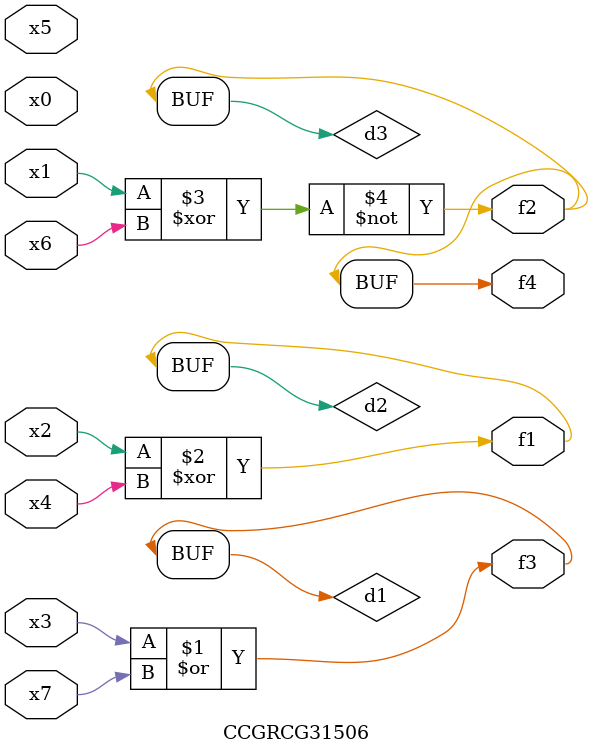
<source format=v>
module CCGRCG31506(
	input x0, x1, x2, x3, x4, x5, x6, x7,
	output f1, f2, f3, f4
);

	wire d1, d2, d3;

	or (d1, x3, x7);
	xor (d2, x2, x4);
	xnor (d3, x1, x6);
	assign f1 = d2;
	assign f2 = d3;
	assign f3 = d1;
	assign f4 = d3;
endmodule

</source>
